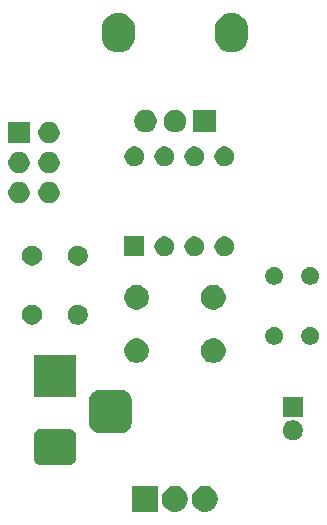
<source format=gts>
G04 #@! TF.GenerationSoftware,KiCad,Pcbnew,5.1.5-52549c5~86~ubuntu19.04.1*
G04 #@! TF.CreationDate,2020-05-05T22:36:46+02:00*
G04 #@! TF.ProjectId,NotSoTinyDimmer,4e6f7453-6f54-4696-9e79-44696d6d6572,1.3.3*
G04 #@! TF.SameCoordinates,Original*
G04 #@! TF.FileFunction,Soldermask,Top*
G04 #@! TF.FilePolarity,Negative*
%FSLAX46Y46*%
G04 Gerber Fmt 4.6, Leading zero omitted, Abs format (unit mm)*
G04 Created by KiCad (PCBNEW 5.1.5-52549c5~86~ubuntu19.04.1) date 2020-05-05 22:36:46*
%MOMM*%
%LPD*%
G04 APERTURE LIST*
%ADD10C,0.100000*%
G04 APERTURE END LIST*
D10*
G36*
X147887500Y-114169100D02*
G01*
X145685500Y-114169100D01*
X145685500Y-111967100D01*
X147887500Y-111967100D01*
X147887500Y-114169100D01*
G37*
G36*
X149541295Y-111988256D02*
G01*
X149647650Y-112009411D01*
X149848020Y-112092407D01*
X150028344Y-112212895D01*
X150181705Y-112366256D01*
X150302193Y-112546580D01*
X150385189Y-112746951D01*
X150427500Y-112959660D01*
X150427500Y-113176540D01*
X150385189Y-113389249D01*
X150302193Y-113589620D01*
X150181705Y-113769944D01*
X150028344Y-113923305D01*
X149848020Y-114043793D01*
X149747834Y-114085291D01*
X149647650Y-114126789D01*
X149541295Y-114147944D01*
X149434940Y-114169100D01*
X149218060Y-114169100D01*
X149111705Y-114147944D01*
X149005350Y-114126789D01*
X148905166Y-114085291D01*
X148804980Y-114043793D01*
X148624656Y-113923305D01*
X148471295Y-113769944D01*
X148350807Y-113589620D01*
X148267811Y-113389249D01*
X148225500Y-113176540D01*
X148225500Y-112959660D01*
X148267811Y-112746951D01*
X148350807Y-112546580D01*
X148471295Y-112366256D01*
X148624656Y-112212895D01*
X148804980Y-112092407D01*
X149005350Y-112009411D01*
X149111705Y-111988256D01*
X149218060Y-111967100D01*
X149434940Y-111967100D01*
X149541295Y-111988256D01*
G37*
G36*
X152081295Y-111988256D02*
G01*
X152187650Y-112009411D01*
X152388020Y-112092407D01*
X152568344Y-112212895D01*
X152721705Y-112366256D01*
X152842193Y-112546580D01*
X152925189Y-112746951D01*
X152967500Y-112959660D01*
X152967500Y-113176540D01*
X152925189Y-113389249D01*
X152842193Y-113589620D01*
X152721705Y-113769944D01*
X152568344Y-113923305D01*
X152388020Y-114043793D01*
X152287834Y-114085291D01*
X152187650Y-114126789D01*
X152081295Y-114147944D01*
X151974940Y-114169100D01*
X151758060Y-114169100D01*
X151651705Y-114147944D01*
X151545350Y-114126789D01*
X151445166Y-114085291D01*
X151344980Y-114043793D01*
X151164656Y-113923305D01*
X151011295Y-113769944D01*
X150890807Y-113589620D01*
X150807811Y-113389249D01*
X150765500Y-113176540D01*
X150765500Y-112959660D01*
X150807811Y-112746951D01*
X150890807Y-112546580D01*
X151011295Y-112366256D01*
X151164656Y-112212895D01*
X151344980Y-112092407D01*
X151545350Y-112009411D01*
X151651705Y-111988256D01*
X151758060Y-111967100D01*
X151974940Y-111967100D01*
X152081295Y-111988256D01*
G37*
G36*
X140389979Y-107133293D02*
G01*
X140523625Y-107173834D01*
X140646784Y-107239664D01*
X140754740Y-107328260D01*
X140843336Y-107436216D01*
X140909166Y-107559375D01*
X140949707Y-107693021D01*
X140964000Y-107838140D01*
X140964000Y-109501860D01*
X140949707Y-109646979D01*
X140909166Y-109780625D01*
X140843336Y-109903784D01*
X140754740Y-110011740D01*
X140646784Y-110100336D01*
X140523625Y-110166166D01*
X140389979Y-110206707D01*
X140244860Y-110221000D01*
X138081140Y-110221000D01*
X137936021Y-110206707D01*
X137802375Y-110166166D01*
X137679216Y-110100336D01*
X137571260Y-110011740D01*
X137482664Y-109903784D01*
X137416834Y-109780625D01*
X137376293Y-109646979D01*
X137362000Y-109501860D01*
X137362000Y-107838140D01*
X137376293Y-107693021D01*
X137416834Y-107559375D01*
X137482664Y-107436216D01*
X137571260Y-107328260D01*
X137679216Y-107239664D01*
X137802375Y-107173834D01*
X137936021Y-107133293D01*
X138081140Y-107119000D01*
X140244860Y-107119000D01*
X140389979Y-107133293D01*
G37*
G36*
X159557028Y-106439303D02*
G01*
X159711900Y-106503453D01*
X159851281Y-106596585D01*
X159969815Y-106715119D01*
X160062947Y-106854500D01*
X160127097Y-107009372D01*
X160159800Y-107173784D01*
X160159800Y-107341416D01*
X160127097Y-107505828D01*
X160062947Y-107660700D01*
X159969815Y-107800081D01*
X159851281Y-107918615D01*
X159711900Y-108011747D01*
X159557028Y-108075897D01*
X159392616Y-108108600D01*
X159224984Y-108108600D01*
X159060572Y-108075897D01*
X158905700Y-108011747D01*
X158766319Y-107918615D01*
X158647785Y-107800081D01*
X158554653Y-107660700D01*
X158490503Y-107505828D01*
X158457800Y-107341416D01*
X158457800Y-107173784D01*
X158490503Y-107009372D01*
X158554653Y-106854500D01*
X158647785Y-106715119D01*
X158766319Y-106596585D01*
X158905700Y-106503453D01*
X159060572Y-106439303D01*
X159224984Y-106406600D01*
X159392616Y-106406600D01*
X159557028Y-106439303D01*
G37*
G36*
X144989366Y-103885695D02*
G01*
X145146460Y-103933349D01*
X145291231Y-104010731D01*
X145418128Y-104114872D01*
X145522269Y-104241769D01*
X145599651Y-104386540D01*
X145647305Y-104543634D01*
X145664000Y-104713140D01*
X145664000Y-106626860D01*
X145647305Y-106796366D01*
X145599651Y-106953460D01*
X145522269Y-107098231D01*
X145418128Y-107225128D01*
X145291231Y-107329269D01*
X145146460Y-107406651D01*
X144989366Y-107454305D01*
X144819860Y-107471000D01*
X142906140Y-107471000D01*
X142736634Y-107454305D01*
X142579540Y-107406651D01*
X142434769Y-107329269D01*
X142307872Y-107225128D01*
X142203731Y-107098231D01*
X142126349Y-106953460D01*
X142078695Y-106796366D01*
X142062000Y-106626860D01*
X142062000Y-104713140D01*
X142078695Y-104543634D01*
X142126349Y-104386540D01*
X142203731Y-104241769D01*
X142307872Y-104114872D01*
X142434769Y-104010731D01*
X142579540Y-103933349D01*
X142736634Y-103885695D01*
X142906140Y-103869000D01*
X144819860Y-103869000D01*
X144989366Y-103885695D01*
G37*
G36*
X160159800Y-106108600D02*
G01*
X158457800Y-106108600D01*
X158457800Y-104406600D01*
X160159800Y-104406600D01*
X160159800Y-106108600D01*
G37*
G36*
X140964000Y-104471000D02*
G01*
X137362000Y-104471000D01*
X137362000Y-100869000D01*
X140964000Y-100869000D01*
X140964000Y-104471000D01*
G37*
G36*
X146384564Y-99497189D02*
G01*
X146575833Y-99576415D01*
X146575835Y-99576416D01*
X146747973Y-99691435D01*
X146894365Y-99837827D01*
X147009385Y-100009967D01*
X147088611Y-100201236D01*
X147129000Y-100404284D01*
X147129000Y-100611316D01*
X147088611Y-100814364D01*
X147065980Y-100869000D01*
X147009384Y-101005635D01*
X146894365Y-101177773D01*
X146747973Y-101324165D01*
X146575835Y-101439184D01*
X146575834Y-101439185D01*
X146575833Y-101439185D01*
X146384564Y-101518411D01*
X146181516Y-101558800D01*
X145974484Y-101558800D01*
X145771436Y-101518411D01*
X145580167Y-101439185D01*
X145580166Y-101439185D01*
X145580165Y-101439184D01*
X145408027Y-101324165D01*
X145261635Y-101177773D01*
X145146616Y-101005635D01*
X145090020Y-100869000D01*
X145067389Y-100814364D01*
X145027000Y-100611316D01*
X145027000Y-100404284D01*
X145067389Y-100201236D01*
X145146615Y-100009967D01*
X145261635Y-99837827D01*
X145408027Y-99691435D01*
X145580165Y-99576416D01*
X145580167Y-99576415D01*
X145771436Y-99497189D01*
X145974484Y-99456800D01*
X146181516Y-99456800D01*
X146384564Y-99497189D01*
G37*
G36*
X152884564Y-99497189D02*
G01*
X153075833Y-99576415D01*
X153075835Y-99576416D01*
X153247973Y-99691435D01*
X153394365Y-99837827D01*
X153509385Y-100009967D01*
X153588611Y-100201236D01*
X153629000Y-100404284D01*
X153629000Y-100611316D01*
X153588611Y-100814364D01*
X153565980Y-100869000D01*
X153509384Y-101005635D01*
X153394365Y-101177773D01*
X153247973Y-101324165D01*
X153075835Y-101439184D01*
X153075834Y-101439185D01*
X153075833Y-101439185D01*
X152884564Y-101518411D01*
X152681516Y-101558800D01*
X152474484Y-101558800D01*
X152271436Y-101518411D01*
X152080167Y-101439185D01*
X152080166Y-101439185D01*
X152080165Y-101439184D01*
X151908027Y-101324165D01*
X151761635Y-101177773D01*
X151646616Y-101005635D01*
X151590020Y-100869000D01*
X151567389Y-100814364D01*
X151527000Y-100611316D01*
X151527000Y-100404284D01*
X151567389Y-100201236D01*
X151646615Y-100009967D01*
X151761635Y-99837827D01*
X151908027Y-99691435D01*
X152080165Y-99576416D01*
X152080167Y-99576415D01*
X152271436Y-99497189D01*
X152474484Y-99456800D01*
X152681516Y-99456800D01*
X152884564Y-99497189D01*
G37*
G36*
X161001059Y-98546360D02*
G01*
X161137732Y-98602972D01*
X161260735Y-98685160D01*
X161365340Y-98789765D01*
X161447528Y-98912768D01*
X161504140Y-99049441D01*
X161533000Y-99194533D01*
X161533000Y-99342467D01*
X161504140Y-99487559D01*
X161447528Y-99624232D01*
X161365340Y-99747235D01*
X161260735Y-99851840D01*
X161137732Y-99934028D01*
X161137731Y-99934029D01*
X161137730Y-99934029D01*
X161001059Y-99990640D01*
X160855968Y-100019500D01*
X160708032Y-100019500D01*
X160562941Y-99990640D01*
X160426270Y-99934029D01*
X160426269Y-99934029D01*
X160426268Y-99934028D01*
X160303265Y-99851840D01*
X160198660Y-99747235D01*
X160116472Y-99624232D01*
X160059860Y-99487559D01*
X160031000Y-99342467D01*
X160031000Y-99194533D01*
X160059860Y-99049441D01*
X160116472Y-98912768D01*
X160198660Y-98789765D01*
X160303265Y-98685160D01*
X160426268Y-98602972D01*
X160562941Y-98546360D01*
X160708032Y-98517500D01*
X160855968Y-98517500D01*
X161001059Y-98546360D01*
G37*
G36*
X157953059Y-98546360D02*
G01*
X158089732Y-98602972D01*
X158212735Y-98685160D01*
X158317340Y-98789765D01*
X158399528Y-98912768D01*
X158456140Y-99049441D01*
X158485000Y-99194533D01*
X158485000Y-99342467D01*
X158456140Y-99487559D01*
X158399528Y-99624232D01*
X158317340Y-99747235D01*
X158212735Y-99851840D01*
X158089732Y-99934028D01*
X158089731Y-99934029D01*
X158089730Y-99934029D01*
X157953059Y-99990640D01*
X157807968Y-100019500D01*
X157660032Y-100019500D01*
X157514941Y-99990640D01*
X157378270Y-99934029D01*
X157378269Y-99934029D01*
X157378268Y-99934028D01*
X157255265Y-99851840D01*
X157150660Y-99747235D01*
X157068472Y-99624232D01*
X157011860Y-99487559D01*
X156983000Y-99342467D01*
X156983000Y-99194533D01*
X157011860Y-99049441D01*
X157068472Y-98912768D01*
X157150660Y-98789765D01*
X157255265Y-98685160D01*
X157378268Y-98602972D01*
X157514941Y-98546360D01*
X157660032Y-98517500D01*
X157807968Y-98517500D01*
X157953059Y-98546360D01*
G37*
G36*
X141346228Y-96650203D02*
G01*
X141501100Y-96714353D01*
X141640481Y-96807485D01*
X141759015Y-96926019D01*
X141852147Y-97065400D01*
X141916297Y-97220272D01*
X141949000Y-97384684D01*
X141949000Y-97552316D01*
X141916297Y-97716728D01*
X141852147Y-97871600D01*
X141759015Y-98010981D01*
X141640481Y-98129515D01*
X141501100Y-98222647D01*
X141346228Y-98286797D01*
X141181816Y-98319500D01*
X141014184Y-98319500D01*
X140849772Y-98286797D01*
X140694900Y-98222647D01*
X140555519Y-98129515D01*
X140436985Y-98010981D01*
X140343853Y-97871600D01*
X140279703Y-97716728D01*
X140247000Y-97552316D01*
X140247000Y-97384684D01*
X140279703Y-97220272D01*
X140343853Y-97065400D01*
X140436985Y-96926019D01*
X140555519Y-96807485D01*
X140694900Y-96714353D01*
X140849772Y-96650203D01*
X141014184Y-96617500D01*
X141181816Y-96617500D01*
X141346228Y-96650203D01*
G37*
G36*
X137476228Y-96650203D02*
G01*
X137631100Y-96714353D01*
X137770481Y-96807485D01*
X137889015Y-96926019D01*
X137982147Y-97065400D01*
X138046297Y-97220272D01*
X138079000Y-97384684D01*
X138079000Y-97552316D01*
X138046297Y-97716728D01*
X137982147Y-97871600D01*
X137889015Y-98010981D01*
X137770481Y-98129515D01*
X137631100Y-98222647D01*
X137476228Y-98286797D01*
X137311816Y-98319500D01*
X137144184Y-98319500D01*
X136979772Y-98286797D01*
X136824900Y-98222647D01*
X136685519Y-98129515D01*
X136566985Y-98010981D01*
X136473853Y-97871600D01*
X136409703Y-97716728D01*
X136377000Y-97552316D01*
X136377000Y-97384684D01*
X136409703Y-97220272D01*
X136473853Y-97065400D01*
X136566985Y-96926019D01*
X136685519Y-96807485D01*
X136824900Y-96714353D01*
X136979772Y-96650203D01*
X137144184Y-96617500D01*
X137311816Y-96617500D01*
X137476228Y-96650203D01*
G37*
G36*
X146384564Y-94997189D02*
G01*
X146575833Y-95076415D01*
X146575835Y-95076416D01*
X146747973Y-95191435D01*
X146894365Y-95337827D01*
X147009385Y-95509967D01*
X147088611Y-95701236D01*
X147129000Y-95904284D01*
X147129000Y-96111316D01*
X147088611Y-96314364D01*
X147009385Y-96505633D01*
X147009384Y-96505635D01*
X146894365Y-96677773D01*
X146747973Y-96824165D01*
X146575835Y-96939184D01*
X146575834Y-96939185D01*
X146575833Y-96939185D01*
X146384564Y-97018411D01*
X146181516Y-97058800D01*
X145974484Y-97058800D01*
X145771436Y-97018411D01*
X145580167Y-96939185D01*
X145580166Y-96939185D01*
X145580165Y-96939184D01*
X145408027Y-96824165D01*
X145261635Y-96677773D01*
X145146616Y-96505635D01*
X145146615Y-96505633D01*
X145067389Y-96314364D01*
X145027000Y-96111316D01*
X145027000Y-95904284D01*
X145067389Y-95701236D01*
X145146615Y-95509967D01*
X145261635Y-95337827D01*
X145408027Y-95191435D01*
X145580165Y-95076416D01*
X145580167Y-95076415D01*
X145771436Y-94997189D01*
X145974484Y-94956800D01*
X146181516Y-94956800D01*
X146384564Y-94997189D01*
G37*
G36*
X152884564Y-94997189D02*
G01*
X153075833Y-95076415D01*
X153075835Y-95076416D01*
X153247973Y-95191435D01*
X153394365Y-95337827D01*
X153509385Y-95509967D01*
X153588611Y-95701236D01*
X153629000Y-95904284D01*
X153629000Y-96111316D01*
X153588611Y-96314364D01*
X153509385Y-96505633D01*
X153509384Y-96505635D01*
X153394365Y-96677773D01*
X153247973Y-96824165D01*
X153075835Y-96939184D01*
X153075834Y-96939185D01*
X153075833Y-96939185D01*
X152884564Y-97018411D01*
X152681516Y-97058800D01*
X152474484Y-97058800D01*
X152271436Y-97018411D01*
X152080167Y-96939185D01*
X152080166Y-96939185D01*
X152080165Y-96939184D01*
X151908027Y-96824165D01*
X151761635Y-96677773D01*
X151646616Y-96505635D01*
X151646615Y-96505633D01*
X151567389Y-96314364D01*
X151527000Y-96111316D01*
X151527000Y-95904284D01*
X151567389Y-95701236D01*
X151646615Y-95509967D01*
X151761635Y-95337827D01*
X151908027Y-95191435D01*
X152080165Y-95076416D01*
X152080167Y-95076415D01*
X152271436Y-94997189D01*
X152474484Y-94956800D01*
X152681516Y-94956800D01*
X152884564Y-94997189D01*
G37*
G36*
X157953059Y-93466360D02*
G01*
X158089732Y-93522972D01*
X158212735Y-93605160D01*
X158317340Y-93709765D01*
X158399528Y-93832768D01*
X158456140Y-93969441D01*
X158485000Y-94114533D01*
X158485000Y-94262467D01*
X158456140Y-94407559D01*
X158399528Y-94544232D01*
X158317340Y-94667235D01*
X158212735Y-94771840D01*
X158089732Y-94854028D01*
X158089731Y-94854029D01*
X158089730Y-94854029D01*
X157953059Y-94910640D01*
X157807968Y-94939500D01*
X157660032Y-94939500D01*
X157514941Y-94910640D01*
X157378270Y-94854029D01*
X157378269Y-94854029D01*
X157378268Y-94854028D01*
X157255265Y-94771840D01*
X157150660Y-94667235D01*
X157068472Y-94544232D01*
X157011860Y-94407559D01*
X156983000Y-94262467D01*
X156983000Y-94114533D01*
X157011860Y-93969441D01*
X157068472Y-93832768D01*
X157150660Y-93709765D01*
X157255265Y-93605160D01*
X157378268Y-93522972D01*
X157514941Y-93466360D01*
X157660032Y-93437500D01*
X157807968Y-93437500D01*
X157953059Y-93466360D01*
G37*
G36*
X161001059Y-93466360D02*
G01*
X161137732Y-93522972D01*
X161260735Y-93605160D01*
X161365340Y-93709765D01*
X161447528Y-93832768D01*
X161504140Y-93969441D01*
X161533000Y-94114533D01*
X161533000Y-94262467D01*
X161504140Y-94407559D01*
X161447528Y-94544232D01*
X161365340Y-94667235D01*
X161260735Y-94771840D01*
X161137732Y-94854028D01*
X161137731Y-94854029D01*
X161137730Y-94854029D01*
X161001059Y-94910640D01*
X160855968Y-94939500D01*
X160708032Y-94939500D01*
X160562941Y-94910640D01*
X160426270Y-94854029D01*
X160426269Y-94854029D01*
X160426268Y-94854028D01*
X160303265Y-94771840D01*
X160198660Y-94667235D01*
X160116472Y-94544232D01*
X160059860Y-94407559D01*
X160031000Y-94262467D01*
X160031000Y-94114533D01*
X160059860Y-93969441D01*
X160116472Y-93832768D01*
X160198660Y-93709765D01*
X160303265Y-93605160D01*
X160426268Y-93522972D01*
X160562941Y-93466360D01*
X160708032Y-93437500D01*
X160855968Y-93437500D01*
X161001059Y-93466360D01*
G37*
G36*
X141346228Y-91650203D02*
G01*
X141501100Y-91714353D01*
X141640481Y-91807485D01*
X141759015Y-91926019D01*
X141852147Y-92065400D01*
X141916297Y-92220272D01*
X141949000Y-92384684D01*
X141949000Y-92552316D01*
X141916297Y-92716728D01*
X141852147Y-92871600D01*
X141759015Y-93010981D01*
X141640481Y-93129515D01*
X141501100Y-93222647D01*
X141346228Y-93286797D01*
X141181816Y-93319500D01*
X141014184Y-93319500D01*
X140849772Y-93286797D01*
X140694900Y-93222647D01*
X140555519Y-93129515D01*
X140436985Y-93010981D01*
X140343853Y-92871600D01*
X140279703Y-92716728D01*
X140247000Y-92552316D01*
X140247000Y-92384684D01*
X140279703Y-92220272D01*
X140343853Y-92065400D01*
X140436985Y-91926019D01*
X140555519Y-91807485D01*
X140694900Y-91714353D01*
X140849772Y-91650203D01*
X141014184Y-91617500D01*
X141181816Y-91617500D01*
X141346228Y-91650203D01*
G37*
G36*
X137476228Y-91650203D02*
G01*
X137631100Y-91714353D01*
X137770481Y-91807485D01*
X137889015Y-91926019D01*
X137982147Y-92065400D01*
X138046297Y-92220272D01*
X138079000Y-92384684D01*
X138079000Y-92552316D01*
X138046297Y-92716728D01*
X137982147Y-92871600D01*
X137889015Y-93010981D01*
X137770481Y-93129515D01*
X137631100Y-93222647D01*
X137476228Y-93286797D01*
X137311816Y-93319500D01*
X137144184Y-93319500D01*
X136979772Y-93286797D01*
X136824900Y-93222647D01*
X136685519Y-93129515D01*
X136566985Y-93010981D01*
X136473853Y-92871600D01*
X136409703Y-92716728D01*
X136377000Y-92552316D01*
X136377000Y-92384684D01*
X136409703Y-92220272D01*
X136473853Y-92065400D01*
X136566985Y-91926019D01*
X136685519Y-91807485D01*
X136824900Y-91714353D01*
X136979772Y-91650203D01*
X137144184Y-91617500D01*
X137311816Y-91617500D01*
X137476228Y-91650203D01*
G37*
G36*
X148685828Y-90875703D02*
G01*
X148840700Y-90939853D01*
X148980081Y-91032985D01*
X149098615Y-91151519D01*
X149191747Y-91290900D01*
X149255897Y-91445772D01*
X149288600Y-91610184D01*
X149288600Y-91777816D01*
X149255897Y-91942228D01*
X149191747Y-92097100D01*
X149098615Y-92236481D01*
X148980081Y-92355015D01*
X148840700Y-92448147D01*
X148685828Y-92512297D01*
X148521416Y-92545000D01*
X148353784Y-92545000D01*
X148189372Y-92512297D01*
X148034500Y-92448147D01*
X147895119Y-92355015D01*
X147776585Y-92236481D01*
X147683453Y-92097100D01*
X147619303Y-91942228D01*
X147586600Y-91777816D01*
X147586600Y-91610184D01*
X147619303Y-91445772D01*
X147683453Y-91290900D01*
X147776585Y-91151519D01*
X147895119Y-91032985D01*
X148034500Y-90939853D01*
X148189372Y-90875703D01*
X148353784Y-90843000D01*
X148521416Y-90843000D01*
X148685828Y-90875703D01*
G37*
G36*
X153765828Y-90875703D02*
G01*
X153920700Y-90939853D01*
X154060081Y-91032985D01*
X154178615Y-91151519D01*
X154271747Y-91290900D01*
X154335897Y-91445772D01*
X154368600Y-91610184D01*
X154368600Y-91777816D01*
X154335897Y-91942228D01*
X154271747Y-92097100D01*
X154178615Y-92236481D01*
X154060081Y-92355015D01*
X153920700Y-92448147D01*
X153765828Y-92512297D01*
X153601416Y-92545000D01*
X153433784Y-92545000D01*
X153269372Y-92512297D01*
X153114500Y-92448147D01*
X152975119Y-92355015D01*
X152856585Y-92236481D01*
X152763453Y-92097100D01*
X152699303Y-91942228D01*
X152666600Y-91777816D01*
X152666600Y-91610184D01*
X152699303Y-91445772D01*
X152763453Y-91290900D01*
X152856585Y-91151519D01*
X152975119Y-91032985D01*
X153114500Y-90939853D01*
X153269372Y-90875703D01*
X153433784Y-90843000D01*
X153601416Y-90843000D01*
X153765828Y-90875703D01*
G37*
G36*
X151225828Y-90875703D02*
G01*
X151380700Y-90939853D01*
X151520081Y-91032985D01*
X151638615Y-91151519D01*
X151731747Y-91290900D01*
X151795897Y-91445772D01*
X151828600Y-91610184D01*
X151828600Y-91777816D01*
X151795897Y-91942228D01*
X151731747Y-92097100D01*
X151638615Y-92236481D01*
X151520081Y-92355015D01*
X151380700Y-92448147D01*
X151225828Y-92512297D01*
X151061416Y-92545000D01*
X150893784Y-92545000D01*
X150729372Y-92512297D01*
X150574500Y-92448147D01*
X150435119Y-92355015D01*
X150316585Y-92236481D01*
X150223453Y-92097100D01*
X150159303Y-91942228D01*
X150126600Y-91777816D01*
X150126600Y-91610184D01*
X150159303Y-91445772D01*
X150223453Y-91290900D01*
X150316585Y-91151519D01*
X150435119Y-91032985D01*
X150574500Y-90939853D01*
X150729372Y-90875703D01*
X150893784Y-90843000D01*
X151061416Y-90843000D01*
X151225828Y-90875703D01*
G37*
G36*
X146748600Y-92545000D02*
G01*
X145046600Y-92545000D01*
X145046600Y-90843000D01*
X146748600Y-90843000D01*
X146748600Y-92545000D01*
G37*
G36*
X138781512Y-86238627D02*
G01*
X138930812Y-86268324D01*
X139094784Y-86336244D01*
X139242354Y-86434847D01*
X139367853Y-86560346D01*
X139466456Y-86707916D01*
X139534376Y-86871888D01*
X139569000Y-87045959D01*
X139569000Y-87223441D01*
X139534376Y-87397512D01*
X139466456Y-87561484D01*
X139367853Y-87709054D01*
X139242354Y-87834553D01*
X139094784Y-87933156D01*
X138930812Y-88001076D01*
X138781512Y-88030773D01*
X138756742Y-88035700D01*
X138579258Y-88035700D01*
X138554488Y-88030773D01*
X138405188Y-88001076D01*
X138241216Y-87933156D01*
X138093646Y-87834553D01*
X137968147Y-87709054D01*
X137869544Y-87561484D01*
X137801624Y-87397512D01*
X137767000Y-87223441D01*
X137767000Y-87045959D01*
X137801624Y-86871888D01*
X137869544Y-86707916D01*
X137968147Y-86560346D01*
X138093646Y-86434847D01*
X138241216Y-86336244D01*
X138405188Y-86268324D01*
X138554488Y-86238627D01*
X138579258Y-86233700D01*
X138756742Y-86233700D01*
X138781512Y-86238627D01*
G37*
G36*
X136241512Y-86238627D02*
G01*
X136390812Y-86268324D01*
X136554784Y-86336244D01*
X136702354Y-86434847D01*
X136827853Y-86560346D01*
X136926456Y-86707916D01*
X136994376Y-86871888D01*
X137029000Y-87045959D01*
X137029000Y-87223441D01*
X136994376Y-87397512D01*
X136926456Y-87561484D01*
X136827853Y-87709054D01*
X136702354Y-87834553D01*
X136554784Y-87933156D01*
X136390812Y-88001076D01*
X136241512Y-88030773D01*
X136216742Y-88035700D01*
X136039258Y-88035700D01*
X136014488Y-88030773D01*
X135865188Y-88001076D01*
X135701216Y-87933156D01*
X135553646Y-87834553D01*
X135428147Y-87709054D01*
X135329544Y-87561484D01*
X135261624Y-87397512D01*
X135227000Y-87223441D01*
X135227000Y-87045959D01*
X135261624Y-86871888D01*
X135329544Y-86707916D01*
X135428147Y-86560346D01*
X135553646Y-86434847D01*
X135701216Y-86336244D01*
X135865188Y-86268324D01*
X136014488Y-86238627D01*
X136039258Y-86233700D01*
X136216742Y-86233700D01*
X136241512Y-86238627D01*
G37*
G36*
X136241512Y-83698627D02*
G01*
X136390812Y-83728324D01*
X136554784Y-83796244D01*
X136702354Y-83894847D01*
X136827853Y-84020346D01*
X136926456Y-84167916D01*
X136994376Y-84331888D01*
X137029000Y-84505959D01*
X137029000Y-84683441D01*
X136994376Y-84857512D01*
X136926456Y-85021484D01*
X136827853Y-85169054D01*
X136702354Y-85294553D01*
X136554784Y-85393156D01*
X136390812Y-85461076D01*
X136241512Y-85490773D01*
X136216742Y-85495700D01*
X136039258Y-85495700D01*
X136014488Y-85490773D01*
X135865188Y-85461076D01*
X135701216Y-85393156D01*
X135553646Y-85294553D01*
X135428147Y-85169054D01*
X135329544Y-85021484D01*
X135261624Y-84857512D01*
X135227000Y-84683441D01*
X135227000Y-84505959D01*
X135261624Y-84331888D01*
X135329544Y-84167916D01*
X135428147Y-84020346D01*
X135553646Y-83894847D01*
X135701216Y-83796244D01*
X135865188Y-83728324D01*
X136014488Y-83698627D01*
X136039258Y-83693700D01*
X136216742Y-83693700D01*
X136241512Y-83698627D01*
G37*
G36*
X138781512Y-83698627D02*
G01*
X138930812Y-83728324D01*
X139094784Y-83796244D01*
X139242354Y-83894847D01*
X139367853Y-84020346D01*
X139466456Y-84167916D01*
X139534376Y-84331888D01*
X139569000Y-84505959D01*
X139569000Y-84683441D01*
X139534376Y-84857512D01*
X139466456Y-85021484D01*
X139367853Y-85169054D01*
X139242354Y-85294553D01*
X139094784Y-85393156D01*
X138930812Y-85461076D01*
X138781512Y-85490773D01*
X138756742Y-85495700D01*
X138579258Y-85495700D01*
X138554488Y-85490773D01*
X138405188Y-85461076D01*
X138241216Y-85393156D01*
X138093646Y-85294553D01*
X137968147Y-85169054D01*
X137869544Y-85021484D01*
X137801624Y-84857512D01*
X137767000Y-84683441D01*
X137767000Y-84505959D01*
X137801624Y-84331888D01*
X137869544Y-84167916D01*
X137968147Y-84020346D01*
X138093646Y-83894847D01*
X138241216Y-83796244D01*
X138405188Y-83728324D01*
X138554488Y-83698627D01*
X138579258Y-83693700D01*
X138756742Y-83693700D01*
X138781512Y-83698627D01*
G37*
G36*
X148685828Y-83255703D02*
G01*
X148840700Y-83319853D01*
X148980081Y-83412985D01*
X149098615Y-83531519D01*
X149191747Y-83670900D01*
X149255897Y-83825772D01*
X149288600Y-83990184D01*
X149288600Y-84157816D01*
X149255897Y-84322228D01*
X149191747Y-84477100D01*
X149098615Y-84616481D01*
X148980081Y-84735015D01*
X148840700Y-84828147D01*
X148685828Y-84892297D01*
X148521416Y-84925000D01*
X148353784Y-84925000D01*
X148189372Y-84892297D01*
X148034500Y-84828147D01*
X147895119Y-84735015D01*
X147776585Y-84616481D01*
X147683453Y-84477100D01*
X147619303Y-84322228D01*
X147586600Y-84157816D01*
X147586600Y-83990184D01*
X147619303Y-83825772D01*
X147683453Y-83670900D01*
X147776585Y-83531519D01*
X147895119Y-83412985D01*
X148034500Y-83319853D01*
X148189372Y-83255703D01*
X148353784Y-83223000D01*
X148521416Y-83223000D01*
X148685828Y-83255703D01*
G37*
G36*
X153765828Y-83255703D02*
G01*
X153920700Y-83319853D01*
X154060081Y-83412985D01*
X154178615Y-83531519D01*
X154271747Y-83670900D01*
X154335897Y-83825772D01*
X154368600Y-83990184D01*
X154368600Y-84157816D01*
X154335897Y-84322228D01*
X154271747Y-84477100D01*
X154178615Y-84616481D01*
X154060081Y-84735015D01*
X153920700Y-84828147D01*
X153765828Y-84892297D01*
X153601416Y-84925000D01*
X153433784Y-84925000D01*
X153269372Y-84892297D01*
X153114500Y-84828147D01*
X152975119Y-84735015D01*
X152856585Y-84616481D01*
X152763453Y-84477100D01*
X152699303Y-84322228D01*
X152666600Y-84157816D01*
X152666600Y-83990184D01*
X152699303Y-83825772D01*
X152763453Y-83670900D01*
X152856585Y-83531519D01*
X152975119Y-83412985D01*
X153114500Y-83319853D01*
X153269372Y-83255703D01*
X153433784Y-83223000D01*
X153601416Y-83223000D01*
X153765828Y-83255703D01*
G37*
G36*
X151225828Y-83255703D02*
G01*
X151380700Y-83319853D01*
X151520081Y-83412985D01*
X151638615Y-83531519D01*
X151731747Y-83670900D01*
X151795897Y-83825772D01*
X151828600Y-83990184D01*
X151828600Y-84157816D01*
X151795897Y-84322228D01*
X151731747Y-84477100D01*
X151638615Y-84616481D01*
X151520081Y-84735015D01*
X151380700Y-84828147D01*
X151225828Y-84892297D01*
X151061416Y-84925000D01*
X150893784Y-84925000D01*
X150729372Y-84892297D01*
X150574500Y-84828147D01*
X150435119Y-84735015D01*
X150316585Y-84616481D01*
X150223453Y-84477100D01*
X150159303Y-84322228D01*
X150126600Y-84157816D01*
X150126600Y-83990184D01*
X150159303Y-83825772D01*
X150223453Y-83670900D01*
X150316585Y-83531519D01*
X150435119Y-83412985D01*
X150574500Y-83319853D01*
X150729372Y-83255703D01*
X150893784Y-83223000D01*
X151061416Y-83223000D01*
X151225828Y-83255703D01*
G37*
G36*
X146145828Y-83255703D02*
G01*
X146300700Y-83319853D01*
X146440081Y-83412985D01*
X146558615Y-83531519D01*
X146651747Y-83670900D01*
X146715897Y-83825772D01*
X146748600Y-83990184D01*
X146748600Y-84157816D01*
X146715897Y-84322228D01*
X146651747Y-84477100D01*
X146558615Y-84616481D01*
X146440081Y-84735015D01*
X146300700Y-84828147D01*
X146145828Y-84892297D01*
X145981416Y-84925000D01*
X145813784Y-84925000D01*
X145649372Y-84892297D01*
X145494500Y-84828147D01*
X145355119Y-84735015D01*
X145236585Y-84616481D01*
X145143453Y-84477100D01*
X145079303Y-84322228D01*
X145046600Y-84157816D01*
X145046600Y-83990184D01*
X145079303Y-83825772D01*
X145143453Y-83670900D01*
X145236585Y-83531519D01*
X145355119Y-83412985D01*
X145494500Y-83319853D01*
X145649372Y-83255703D01*
X145813784Y-83223000D01*
X145981416Y-83223000D01*
X146145828Y-83255703D01*
G37*
G36*
X138781512Y-81158627D02*
G01*
X138930812Y-81188324D01*
X139094784Y-81256244D01*
X139242354Y-81354847D01*
X139367853Y-81480346D01*
X139466456Y-81627916D01*
X139534376Y-81791888D01*
X139569000Y-81965959D01*
X139569000Y-82143441D01*
X139534376Y-82317512D01*
X139466456Y-82481484D01*
X139367853Y-82629054D01*
X139242354Y-82754553D01*
X139094784Y-82853156D01*
X138930812Y-82921076D01*
X138781512Y-82950773D01*
X138756742Y-82955700D01*
X138579258Y-82955700D01*
X138554488Y-82950773D01*
X138405188Y-82921076D01*
X138241216Y-82853156D01*
X138093646Y-82754553D01*
X137968147Y-82629054D01*
X137869544Y-82481484D01*
X137801624Y-82317512D01*
X137767000Y-82143441D01*
X137767000Y-81965959D01*
X137801624Y-81791888D01*
X137869544Y-81627916D01*
X137968147Y-81480346D01*
X138093646Y-81354847D01*
X138241216Y-81256244D01*
X138405188Y-81188324D01*
X138554488Y-81158627D01*
X138579258Y-81153700D01*
X138756742Y-81153700D01*
X138781512Y-81158627D01*
G37*
G36*
X137029000Y-82955700D02*
G01*
X135227000Y-82955700D01*
X135227000Y-81153700D01*
X137029000Y-81153700D01*
X137029000Y-82955700D01*
G37*
G36*
X147105395Y-80175046D02*
G01*
X147278466Y-80246734D01*
X147278467Y-80246735D01*
X147434227Y-80350810D01*
X147566690Y-80483273D01*
X147566691Y-80483275D01*
X147670766Y-80639034D01*
X147742454Y-80812105D01*
X147779000Y-80995833D01*
X147779000Y-81183167D01*
X147742454Y-81366895D01*
X147670766Y-81539966D01*
X147670765Y-81539967D01*
X147566690Y-81695727D01*
X147434227Y-81828190D01*
X147355818Y-81880581D01*
X147278466Y-81932266D01*
X147105395Y-82003954D01*
X146921667Y-82040500D01*
X146734333Y-82040500D01*
X146550605Y-82003954D01*
X146377534Y-81932266D01*
X146300182Y-81880581D01*
X146221773Y-81828190D01*
X146089310Y-81695727D01*
X145985235Y-81539967D01*
X145985234Y-81539966D01*
X145913546Y-81366895D01*
X145877000Y-81183167D01*
X145877000Y-80995833D01*
X145913546Y-80812105D01*
X145985234Y-80639034D01*
X146089309Y-80483275D01*
X146089310Y-80483273D01*
X146221773Y-80350810D01*
X146377533Y-80246735D01*
X146377534Y-80246734D01*
X146550605Y-80175046D01*
X146734333Y-80138500D01*
X146921667Y-80138500D01*
X147105395Y-80175046D01*
G37*
G36*
X149605395Y-80175046D02*
G01*
X149778466Y-80246734D01*
X149778467Y-80246735D01*
X149934227Y-80350810D01*
X150066690Y-80483273D01*
X150066691Y-80483275D01*
X150170766Y-80639034D01*
X150242454Y-80812105D01*
X150279000Y-80995833D01*
X150279000Y-81183167D01*
X150242454Y-81366895D01*
X150170766Y-81539966D01*
X150170765Y-81539967D01*
X150066690Y-81695727D01*
X149934227Y-81828190D01*
X149855818Y-81880581D01*
X149778466Y-81932266D01*
X149605395Y-82003954D01*
X149421667Y-82040500D01*
X149234333Y-82040500D01*
X149050605Y-82003954D01*
X148877534Y-81932266D01*
X148800182Y-81880581D01*
X148721773Y-81828190D01*
X148589310Y-81695727D01*
X148485235Y-81539967D01*
X148485234Y-81539966D01*
X148413546Y-81366895D01*
X148377000Y-81183167D01*
X148377000Y-80995833D01*
X148413546Y-80812105D01*
X148485234Y-80639034D01*
X148589309Y-80483275D01*
X148589310Y-80483273D01*
X148721773Y-80350810D01*
X148877533Y-80246735D01*
X148877534Y-80246734D01*
X149050605Y-80175046D01*
X149234333Y-80138500D01*
X149421667Y-80138500D01*
X149605395Y-80175046D01*
G37*
G36*
X152779000Y-82040500D02*
G01*
X150877000Y-82040500D01*
X150877000Y-80138500D01*
X152779000Y-80138500D01*
X152779000Y-82040500D01*
G37*
G36*
X154404603Y-71938916D02*
G01*
X154670578Y-72019599D01*
X154670580Y-72019600D01*
X154915700Y-72150619D01*
X155130556Y-72326944D01*
X155306881Y-72541799D01*
X155437900Y-72786919D01*
X155437901Y-72786921D01*
X155518584Y-73052896D01*
X155539000Y-73260184D01*
X155539000Y-73918815D01*
X155518584Y-74126103D01*
X155437901Y-74392079D01*
X155437900Y-74392082D01*
X155306881Y-74637201D01*
X155130556Y-74852056D01*
X154915701Y-75028381D01*
X154670581Y-75159400D01*
X154670579Y-75159401D01*
X154404604Y-75240084D01*
X154128000Y-75267327D01*
X153851397Y-75240084D01*
X153585422Y-75159401D01*
X153585420Y-75159400D01*
X153340300Y-75028381D01*
X153125444Y-74852056D01*
X152949119Y-74637201D01*
X152818100Y-74392081D01*
X152818099Y-74392079D01*
X152737416Y-74126104D01*
X152717000Y-73918816D01*
X152717000Y-73260185D01*
X152737416Y-73052897D01*
X152818099Y-72786922D01*
X152949120Y-72541799D01*
X152949121Y-72541798D01*
X153125444Y-72326944D01*
X153340299Y-72150619D01*
X153585419Y-72019600D01*
X153585421Y-72019599D01*
X153851396Y-71938916D01*
X154128000Y-71911673D01*
X154404603Y-71938916D01*
G37*
G36*
X144804603Y-71938916D02*
G01*
X145070578Y-72019599D01*
X145070580Y-72019600D01*
X145315700Y-72150619D01*
X145530556Y-72326944D01*
X145706881Y-72541799D01*
X145837900Y-72786919D01*
X145837901Y-72786921D01*
X145918584Y-73052896D01*
X145939000Y-73260184D01*
X145939000Y-73918815D01*
X145918584Y-74126103D01*
X145837901Y-74392079D01*
X145837900Y-74392082D01*
X145706881Y-74637201D01*
X145530556Y-74852056D01*
X145315701Y-75028381D01*
X145070581Y-75159400D01*
X145070579Y-75159401D01*
X144804604Y-75240084D01*
X144528000Y-75267327D01*
X144251397Y-75240084D01*
X143985422Y-75159401D01*
X143985420Y-75159400D01*
X143740300Y-75028381D01*
X143525444Y-74852056D01*
X143349119Y-74637201D01*
X143218100Y-74392081D01*
X143218099Y-74392079D01*
X143137416Y-74126104D01*
X143117000Y-73918816D01*
X143117000Y-73260185D01*
X143137416Y-73052897D01*
X143218099Y-72786922D01*
X143349120Y-72541799D01*
X143349121Y-72541798D01*
X143525444Y-72326944D01*
X143740299Y-72150619D01*
X143985419Y-72019600D01*
X143985421Y-72019599D01*
X144251396Y-71938916D01*
X144528000Y-71911673D01*
X144804603Y-71938916D01*
G37*
M02*

</source>
